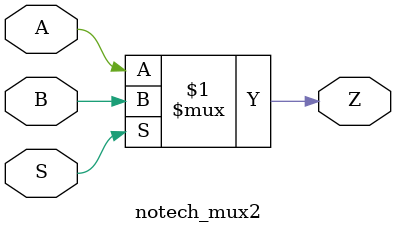
<source format=v>
module notech_mux2 (A,B,Z,S);
input A,B,S;
output Z;
assign Z = S ? B: A;
endmodule

</source>
